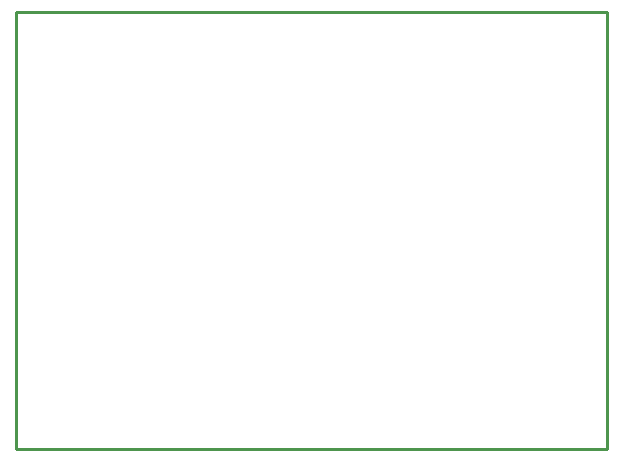
<source format=gko>
G04*
G04 #@! TF.GenerationSoftware,Altium Limited,Altium Designer,20.0.2 (26)*
G04*
G04 Layer_Color=16711935*
%FSLAX25Y25*%
%MOIN*%
G70*
G01*
G75*
%ADD15C,0.01000*%
D15*
X0Y0D02*
Y145669D01*
Y0D02*
X196835D01*
Y145669D01*
X0D02*
X196835D01*
M02*

</source>
